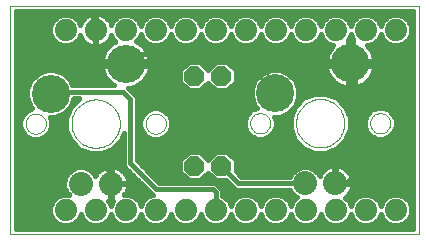
<source format=gbl>
G75*
G70*
%OFA0B0*%
%FSLAX24Y24*%
%IPPOS*%
%LPD*%
%AMOC8*
5,1,8,0,0,1.08239X$1,22.5*
%
%ADD10C,0.0000*%
%ADD11C,0.0800*%
%ADD12C,0.1270*%
%ADD13C,0.0740*%
%ADD14OC8,0.0660*%
%ADD15C,0.0160*%
D10*
X000805Y000555D02*
X000805Y008175D01*
X014422Y008175D01*
X014422Y000555D01*
X000805Y000555D01*
X001318Y004243D02*
X001320Y004279D01*
X001326Y004315D01*
X001336Y004350D01*
X001349Y004384D01*
X001366Y004416D01*
X001387Y004446D01*
X001410Y004474D01*
X001436Y004499D01*
X001465Y004521D01*
X001497Y004540D01*
X001530Y004555D01*
X001564Y004567D01*
X001600Y004575D01*
X001636Y004579D01*
X001672Y004579D01*
X001708Y004575D01*
X001744Y004567D01*
X001778Y004555D01*
X001811Y004540D01*
X001843Y004521D01*
X001872Y004499D01*
X001898Y004474D01*
X001921Y004446D01*
X001942Y004416D01*
X001959Y004384D01*
X001972Y004350D01*
X001982Y004315D01*
X001988Y004279D01*
X001990Y004243D01*
X001988Y004207D01*
X001982Y004171D01*
X001972Y004136D01*
X001959Y004102D01*
X001942Y004070D01*
X001921Y004040D01*
X001898Y004012D01*
X001872Y003987D01*
X001843Y003965D01*
X001811Y003946D01*
X001778Y003931D01*
X001744Y003919D01*
X001708Y003911D01*
X001672Y003907D01*
X001636Y003907D01*
X001600Y003911D01*
X001564Y003919D01*
X001530Y003931D01*
X001497Y003946D01*
X001465Y003965D01*
X001436Y003987D01*
X001410Y004012D01*
X001387Y004040D01*
X001366Y004070D01*
X001349Y004102D01*
X001336Y004136D01*
X001326Y004171D01*
X001320Y004207D01*
X001318Y004243D01*
X002849Y004243D02*
X002851Y004299D01*
X002857Y004355D01*
X002867Y004410D01*
X002880Y004465D01*
X002898Y004518D01*
X002919Y004570D01*
X002943Y004621D01*
X002971Y004670D01*
X003003Y004716D01*
X003037Y004760D01*
X003075Y004802D01*
X003115Y004841D01*
X003158Y004877D01*
X003204Y004910D01*
X003251Y004940D01*
X003301Y004967D01*
X003352Y004989D01*
X003405Y005009D01*
X003459Y005024D01*
X003514Y005036D01*
X003570Y005044D01*
X003626Y005048D01*
X003682Y005048D01*
X003738Y005044D01*
X003794Y005036D01*
X003849Y005024D01*
X003903Y005009D01*
X003956Y004989D01*
X004007Y004967D01*
X004056Y004940D01*
X004104Y004910D01*
X004150Y004877D01*
X004193Y004841D01*
X004233Y004802D01*
X004271Y004760D01*
X004305Y004716D01*
X004337Y004670D01*
X004365Y004621D01*
X004389Y004570D01*
X004410Y004518D01*
X004428Y004465D01*
X004441Y004410D01*
X004451Y004355D01*
X004457Y004299D01*
X004459Y004243D01*
X004457Y004187D01*
X004451Y004131D01*
X004441Y004076D01*
X004428Y004021D01*
X004410Y003968D01*
X004389Y003916D01*
X004365Y003865D01*
X004337Y003816D01*
X004305Y003770D01*
X004271Y003726D01*
X004233Y003684D01*
X004193Y003645D01*
X004150Y003609D01*
X004104Y003576D01*
X004057Y003546D01*
X004007Y003519D01*
X003956Y003497D01*
X003903Y003477D01*
X003849Y003462D01*
X003794Y003450D01*
X003738Y003442D01*
X003682Y003438D01*
X003626Y003438D01*
X003570Y003442D01*
X003514Y003450D01*
X003459Y003462D01*
X003405Y003477D01*
X003352Y003497D01*
X003301Y003519D01*
X003251Y003546D01*
X003204Y003576D01*
X003158Y003609D01*
X003115Y003645D01*
X003075Y003684D01*
X003037Y003726D01*
X003003Y003770D01*
X002971Y003816D01*
X002943Y003865D01*
X002919Y003916D01*
X002898Y003968D01*
X002880Y004021D01*
X002867Y004076D01*
X002857Y004131D01*
X002851Y004187D01*
X002849Y004243D01*
X005318Y004243D02*
X005320Y004279D01*
X005326Y004315D01*
X005336Y004350D01*
X005349Y004384D01*
X005366Y004416D01*
X005387Y004446D01*
X005410Y004474D01*
X005436Y004499D01*
X005465Y004521D01*
X005497Y004540D01*
X005530Y004555D01*
X005564Y004567D01*
X005600Y004575D01*
X005636Y004579D01*
X005672Y004579D01*
X005708Y004575D01*
X005744Y004567D01*
X005778Y004555D01*
X005811Y004540D01*
X005843Y004521D01*
X005872Y004499D01*
X005898Y004474D01*
X005921Y004446D01*
X005942Y004416D01*
X005959Y004384D01*
X005972Y004350D01*
X005982Y004315D01*
X005988Y004279D01*
X005990Y004243D01*
X005988Y004207D01*
X005982Y004171D01*
X005972Y004136D01*
X005959Y004102D01*
X005942Y004070D01*
X005921Y004040D01*
X005898Y004012D01*
X005872Y003987D01*
X005843Y003965D01*
X005811Y003946D01*
X005778Y003931D01*
X005744Y003919D01*
X005708Y003911D01*
X005672Y003907D01*
X005636Y003907D01*
X005600Y003911D01*
X005564Y003919D01*
X005530Y003931D01*
X005497Y003946D01*
X005465Y003965D01*
X005436Y003987D01*
X005410Y004012D01*
X005387Y004040D01*
X005366Y004070D01*
X005349Y004102D01*
X005336Y004136D01*
X005326Y004171D01*
X005320Y004207D01*
X005318Y004243D01*
X008800Y004255D02*
X008802Y004291D01*
X008808Y004327D01*
X008818Y004362D01*
X008831Y004396D01*
X008848Y004428D01*
X008869Y004458D01*
X008892Y004486D01*
X008918Y004511D01*
X008947Y004533D01*
X008979Y004552D01*
X009012Y004567D01*
X009046Y004579D01*
X009082Y004587D01*
X009118Y004591D01*
X009154Y004591D01*
X009190Y004587D01*
X009226Y004579D01*
X009260Y004567D01*
X009293Y004552D01*
X009325Y004533D01*
X009354Y004511D01*
X009380Y004486D01*
X009403Y004458D01*
X009424Y004428D01*
X009441Y004396D01*
X009454Y004362D01*
X009464Y004327D01*
X009470Y004291D01*
X009472Y004255D01*
X009470Y004219D01*
X009464Y004183D01*
X009454Y004148D01*
X009441Y004114D01*
X009424Y004082D01*
X009403Y004052D01*
X009380Y004024D01*
X009354Y003999D01*
X009325Y003977D01*
X009293Y003958D01*
X009260Y003943D01*
X009226Y003931D01*
X009190Y003923D01*
X009154Y003919D01*
X009118Y003919D01*
X009082Y003923D01*
X009046Y003931D01*
X009012Y003943D01*
X008979Y003958D01*
X008947Y003977D01*
X008918Y003999D01*
X008892Y004024D01*
X008869Y004052D01*
X008848Y004082D01*
X008831Y004114D01*
X008818Y004148D01*
X008808Y004183D01*
X008802Y004219D01*
X008800Y004255D01*
X010331Y004255D02*
X010333Y004311D01*
X010339Y004367D01*
X010349Y004422D01*
X010362Y004477D01*
X010380Y004530D01*
X010401Y004582D01*
X010425Y004633D01*
X010453Y004682D01*
X010485Y004728D01*
X010519Y004772D01*
X010557Y004814D01*
X010597Y004853D01*
X010640Y004889D01*
X010686Y004922D01*
X010733Y004952D01*
X010783Y004979D01*
X010834Y005001D01*
X010887Y005021D01*
X010941Y005036D01*
X010996Y005048D01*
X011052Y005056D01*
X011108Y005060D01*
X011164Y005060D01*
X011220Y005056D01*
X011276Y005048D01*
X011331Y005036D01*
X011385Y005021D01*
X011438Y005001D01*
X011489Y004979D01*
X011538Y004952D01*
X011586Y004922D01*
X011632Y004889D01*
X011675Y004853D01*
X011715Y004814D01*
X011753Y004772D01*
X011787Y004728D01*
X011819Y004682D01*
X011847Y004633D01*
X011871Y004582D01*
X011892Y004530D01*
X011910Y004477D01*
X011923Y004422D01*
X011933Y004367D01*
X011939Y004311D01*
X011941Y004255D01*
X011939Y004199D01*
X011933Y004143D01*
X011923Y004088D01*
X011910Y004033D01*
X011892Y003980D01*
X011871Y003928D01*
X011847Y003877D01*
X011819Y003828D01*
X011787Y003782D01*
X011753Y003738D01*
X011715Y003696D01*
X011675Y003657D01*
X011632Y003621D01*
X011586Y003588D01*
X011539Y003558D01*
X011489Y003531D01*
X011438Y003509D01*
X011385Y003489D01*
X011331Y003474D01*
X011276Y003462D01*
X011220Y003454D01*
X011164Y003450D01*
X011108Y003450D01*
X011052Y003454D01*
X010996Y003462D01*
X010941Y003474D01*
X010887Y003489D01*
X010834Y003509D01*
X010783Y003531D01*
X010733Y003558D01*
X010686Y003588D01*
X010640Y003621D01*
X010597Y003657D01*
X010557Y003696D01*
X010519Y003738D01*
X010485Y003782D01*
X010453Y003828D01*
X010425Y003877D01*
X010401Y003928D01*
X010380Y003980D01*
X010362Y004033D01*
X010349Y004088D01*
X010339Y004143D01*
X010333Y004199D01*
X010331Y004255D01*
X012800Y004255D02*
X012802Y004291D01*
X012808Y004327D01*
X012818Y004362D01*
X012831Y004396D01*
X012848Y004428D01*
X012869Y004458D01*
X012892Y004486D01*
X012918Y004511D01*
X012947Y004533D01*
X012979Y004552D01*
X013012Y004567D01*
X013046Y004579D01*
X013082Y004587D01*
X013118Y004591D01*
X013154Y004591D01*
X013190Y004587D01*
X013226Y004579D01*
X013260Y004567D01*
X013293Y004552D01*
X013325Y004533D01*
X013354Y004511D01*
X013380Y004486D01*
X013403Y004458D01*
X013424Y004428D01*
X013441Y004396D01*
X013454Y004362D01*
X013464Y004327D01*
X013470Y004291D01*
X013472Y004255D01*
X013470Y004219D01*
X013464Y004183D01*
X013454Y004148D01*
X013441Y004114D01*
X013424Y004082D01*
X013403Y004052D01*
X013380Y004024D01*
X013354Y003999D01*
X013325Y003977D01*
X013293Y003958D01*
X013260Y003943D01*
X013226Y003931D01*
X013190Y003923D01*
X013154Y003919D01*
X013118Y003919D01*
X013082Y003923D01*
X013046Y003931D01*
X013012Y003943D01*
X012979Y003958D01*
X012947Y003977D01*
X012918Y003999D01*
X012892Y004024D01*
X012869Y004052D01*
X012848Y004082D01*
X012831Y004114D01*
X012818Y004148D01*
X012808Y004183D01*
X012802Y004219D01*
X012800Y004255D01*
D11*
X011636Y002255D03*
X010636Y002255D03*
X004154Y002243D03*
X003154Y002243D03*
D12*
X002154Y005243D03*
X004654Y006243D03*
X009636Y005255D03*
X012136Y006255D03*
D13*
X011652Y007361D03*
X012652Y007361D03*
X013652Y007361D03*
X010652Y007361D03*
X009652Y007361D03*
X008652Y007361D03*
X007652Y007361D03*
X006652Y007361D03*
X005652Y007361D03*
X004652Y007361D03*
X003652Y007361D03*
X002652Y007361D03*
X002652Y001361D03*
X003652Y001361D03*
X004652Y001361D03*
X005652Y001361D03*
X006652Y001361D03*
X007652Y001361D03*
X008652Y001361D03*
X009652Y001361D03*
X010652Y001361D03*
X011652Y001361D03*
X012652Y001361D03*
X013652Y001361D03*
D14*
X007845Y002823D03*
X006944Y002827D03*
X006944Y005827D03*
X007845Y005823D03*
D15*
X008215Y005528D02*
X008910Y005528D01*
X008861Y005409D02*
X008861Y005101D01*
X008979Y004816D01*
X009027Y004768D01*
X008844Y004692D01*
X008699Y004547D01*
X008620Y004358D01*
X008620Y004152D01*
X008699Y003963D01*
X008844Y003818D01*
X009033Y003739D01*
X009239Y003739D01*
X009428Y003818D01*
X009573Y003963D01*
X009652Y004152D01*
X009652Y004358D01*
X009601Y004480D01*
X009790Y004480D01*
X010075Y004598D01*
X010293Y004816D01*
X010411Y005101D01*
X010411Y005409D01*
X010293Y005694D01*
X010075Y005912D01*
X009790Y006030D01*
X009482Y006030D01*
X009197Y005912D01*
X008979Y005694D01*
X008861Y005409D01*
X008861Y005370D02*
X008057Y005370D01*
X008040Y005353D02*
X008315Y005628D01*
X008315Y006018D01*
X008040Y006293D01*
X007650Y006293D01*
X007396Y006039D01*
X007139Y006297D01*
X006749Y006297D01*
X006474Y006022D01*
X006474Y005632D01*
X006749Y005357D01*
X007139Y005357D01*
X007392Y005611D01*
X007650Y005353D01*
X008040Y005353D01*
X007633Y005370D02*
X007152Y005370D01*
X007310Y005528D02*
X007475Y005528D01*
X006736Y005370D02*
X004801Y005370D01*
X004775Y005396D02*
X004775Y005396D01*
X004896Y005275D01*
X004896Y005275D01*
X005025Y005146D01*
X005025Y003021D01*
X005771Y002275D01*
X007646Y002275D01*
X007775Y002146D01*
X007872Y002049D01*
X007872Y001822D01*
X007941Y001793D01*
X008084Y001650D01*
X008152Y001487D01*
X008220Y001650D01*
X008363Y001793D01*
X008551Y001871D01*
X008753Y001871D01*
X008941Y001793D01*
X009084Y001650D01*
X009152Y001487D01*
X009220Y001650D01*
X009363Y001793D01*
X009551Y001871D01*
X009753Y001871D01*
X009941Y001793D01*
X010084Y001650D01*
X010152Y001487D01*
X010220Y001650D01*
X010356Y001786D01*
X010330Y001797D01*
X010178Y001949D01*
X010143Y002035D01*
X008322Y002035D01*
X008004Y002353D01*
X007650Y002353D01*
X007392Y002611D01*
X007139Y002357D01*
X006749Y002357D01*
X006474Y002632D01*
X006474Y003022D01*
X006749Y003297D01*
X007139Y003297D01*
X007396Y003039D01*
X007650Y003293D01*
X008040Y003293D01*
X008315Y003018D01*
X008315Y002664D01*
X008504Y002475D01*
X010143Y002475D01*
X010178Y002561D01*
X010330Y002713D01*
X010529Y002795D01*
X010743Y002795D01*
X010942Y002713D01*
X011094Y002561D01*
X011115Y002510D01*
X011140Y002559D01*
X011194Y002633D01*
X011258Y002697D01*
X011332Y002751D01*
X011413Y002793D01*
X011500Y002821D01*
X011590Y002835D01*
X011608Y002835D01*
X011608Y002283D01*
X011664Y002283D01*
X011664Y002835D01*
X011682Y002835D01*
X011772Y002821D01*
X011859Y002793D01*
X011940Y002751D01*
X012014Y002697D01*
X012078Y002633D01*
X012132Y002559D01*
X012174Y002478D01*
X012202Y002391D01*
X012216Y002301D01*
X012216Y002283D01*
X011664Y002283D01*
X011664Y002227D01*
X012216Y002227D01*
X012216Y002209D01*
X012202Y002119D01*
X012174Y002032D01*
X012132Y001951D01*
X012078Y001877D01*
X012014Y001813D01*
X011960Y001774D01*
X012084Y001650D01*
X012152Y001487D01*
X012220Y001650D01*
X012363Y001793D01*
X012551Y001871D01*
X012753Y001871D01*
X012941Y001793D01*
X013084Y001650D01*
X013152Y001487D01*
X013220Y001650D01*
X013363Y001793D01*
X013551Y001871D01*
X013753Y001871D01*
X013941Y001793D01*
X014084Y001650D01*
X014162Y001462D01*
X014162Y001260D01*
X014084Y001072D01*
X013941Y000929D01*
X013753Y000851D01*
X013551Y000851D01*
X013363Y000929D01*
X013220Y001072D01*
X013152Y001235D01*
X013084Y001072D01*
X012941Y000929D01*
X012753Y000851D01*
X012551Y000851D01*
X012363Y000929D01*
X012220Y001072D01*
X012152Y001235D01*
X012084Y001072D01*
X011941Y000929D01*
X011753Y000851D01*
X011551Y000851D01*
X011363Y000929D01*
X011220Y001072D01*
X011152Y001235D01*
X011084Y001072D01*
X010941Y000929D01*
X010753Y000851D01*
X010551Y000851D01*
X010363Y000929D01*
X010220Y001072D01*
X010152Y001235D01*
X010084Y001072D01*
X009941Y000929D01*
X009753Y000851D01*
X009551Y000851D01*
X009363Y000929D01*
X009220Y001072D01*
X009152Y001235D01*
X009084Y001072D01*
X008941Y000929D01*
X008753Y000851D01*
X008551Y000851D01*
X008363Y000929D01*
X008220Y001072D01*
X008152Y001235D01*
X008084Y001072D01*
X007941Y000929D01*
X007753Y000851D01*
X007551Y000851D01*
X007363Y000929D01*
X007220Y001072D01*
X007152Y001235D01*
X007084Y001072D01*
X006941Y000929D01*
X006753Y000851D01*
X006551Y000851D01*
X006363Y000929D01*
X006220Y001072D01*
X006152Y001235D01*
X006084Y001072D01*
X005941Y000929D01*
X005753Y000851D01*
X005551Y000851D01*
X005363Y000929D01*
X005220Y001072D01*
X005152Y001235D01*
X005084Y001072D01*
X004941Y000929D01*
X004753Y000851D01*
X004551Y000851D01*
X004363Y000929D01*
X004220Y001072D01*
X004152Y001235D01*
X004084Y001072D01*
X003941Y000929D01*
X003753Y000851D01*
X003551Y000851D01*
X003363Y000929D01*
X003220Y001072D01*
X003152Y001235D01*
X003084Y001072D01*
X002941Y000929D01*
X002753Y000851D01*
X002551Y000851D01*
X002363Y000929D01*
X002220Y001072D01*
X002142Y001260D01*
X002142Y001462D01*
X002220Y001650D01*
X002363Y001793D01*
X002551Y001871D01*
X002753Y001871D01*
X002769Y001865D01*
X002696Y001937D01*
X002614Y002136D01*
X002614Y002350D01*
X002696Y002549D01*
X002848Y002701D01*
X003047Y002783D01*
X003261Y002783D01*
X003460Y002701D01*
X003612Y002549D01*
X003633Y002498D01*
X003658Y002547D01*
X003712Y002621D01*
X003776Y002685D01*
X003850Y002739D01*
X003931Y002781D01*
X004018Y002809D01*
X004108Y002823D01*
X004126Y002823D01*
X004126Y002271D01*
X004181Y002271D01*
X004181Y002823D01*
X004200Y002823D01*
X004290Y002809D01*
X004377Y002781D01*
X004458Y002739D01*
X004532Y002685D01*
X004596Y002621D01*
X004650Y002547D01*
X004692Y002466D01*
X004720Y002379D01*
X004734Y002289D01*
X004734Y002270D01*
X004182Y002270D01*
X004182Y002215D01*
X004734Y002215D01*
X004734Y002197D01*
X004720Y002107D01*
X004692Y002020D01*
X004650Y001939D01*
X004601Y001871D01*
X004753Y001871D01*
X004941Y001793D01*
X005084Y001650D01*
X005152Y001487D01*
X005220Y001650D01*
X005363Y001793D01*
X005551Y001871D01*
X005553Y001871D01*
X004714Y002710D01*
X004585Y002839D01*
X004585Y003917D01*
X004489Y003685D01*
X004212Y003408D01*
X003850Y003258D01*
X003458Y003258D01*
X003096Y003408D01*
X002819Y003685D01*
X002669Y004047D01*
X002669Y004439D01*
X002819Y004801D01*
X003096Y005078D01*
X003113Y005085D01*
X002927Y005085D01*
X002811Y004804D01*
X002593Y004586D01*
X002308Y004468D01*
X002119Y004468D01*
X002170Y004346D01*
X002170Y004140D01*
X002091Y003951D01*
X001946Y003806D01*
X001757Y003727D01*
X001551Y003727D01*
X001362Y003806D01*
X001217Y003951D01*
X001138Y004140D01*
X001138Y004346D01*
X001217Y004535D01*
X001362Y004680D01*
X001545Y004756D01*
X001497Y004804D01*
X001379Y005089D01*
X001379Y005397D01*
X001497Y005682D01*
X001715Y005900D01*
X002000Y006018D01*
X002308Y006018D01*
X002593Y005900D01*
X002811Y005682D01*
X002876Y005525D01*
X004268Y005525D01*
X004200Y005564D01*
X004115Y005629D01*
X004040Y005704D01*
X003975Y005789D01*
X003921Y005882D01*
X003881Y005980D01*
X003853Y006084D01*
X003842Y006163D01*
X004574Y006163D01*
X004574Y006323D01*
X003842Y006323D01*
X003853Y006402D01*
X003881Y006506D01*
X003921Y006604D01*
X003975Y006697D01*
X004040Y006782D01*
X004115Y006857D01*
X004200Y006922D01*
X004293Y006976D01*
X004309Y006982D01*
X004220Y007072D01*
X004173Y007185D01*
X004162Y007150D01*
X004122Y007073D01*
X004072Y007003D01*
X004010Y006941D01*
X003940Y006891D01*
X003863Y006851D01*
X003781Y006825D01*
X003695Y006811D01*
X003672Y006811D01*
X003672Y007341D01*
X003632Y007341D01*
X003632Y006811D01*
X003609Y006811D01*
X003523Y006825D01*
X003441Y006851D01*
X003364Y006891D01*
X003294Y006941D01*
X003232Y007003D01*
X003182Y007073D01*
X003142Y007150D01*
X003131Y007185D01*
X003084Y007072D01*
X002941Y006929D01*
X002753Y006851D01*
X002551Y006851D01*
X002363Y006929D01*
X002220Y007072D01*
X002142Y007260D01*
X002142Y007462D01*
X002220Y007650D01*
X002363Y007793D01*
X002551Y007871D01*
X002753Y007871D01*
X002941Y007793D01*
X003084Y007650D01*
X003131Y007537D01*
X003142Y007572D01*
X003182Y007649D01*
X003232Y007719D01*
X003294Y007781D01*
X003364Y007831D01*
X003441Y007871D01*
X003523Y007897D01*
X003609Y007911D01*
X003632Y007911D01*
X003632Y007381D01*
X003672Y007381D01*
X003672Y007911D01*
X003695Y007911D01*
X003781Y007897D01*
X003863Y007871D01*
X003940Y007831D01*
X004010Y007781D01*
X004072Y007719D01*
X004122Y007649D01*
X004162Y007572D01*
X004173Y007537D01*
X004220Y007650D01*
X004363Y007793D01*
X004551Y007871D01*
X004753Y007871D01*
X004941Y007793D01*
X005084Y007650D01*
X005152Y007487D01*
X005220Y007650D01*
X005363Y007793D01*
X005551Y007871D01*
X005753Y007871D01*
X005941Y007793D01*
X006084Y007650D01*
X006152Y007487D01*
X006220Y007650D01*
X006363Y007793D01*
X006551Y007871D01*
X006753Y007871D01*
X006941Y007793D01*
X007084Y007650D01*
X007152Y007487D01*
X007220Y007650D01*
X007363Y007793D01*
X007551Y007871D01*
X007753Y007871D01*
X007941Y007793D01*
X008084Y007650D01*
X008152Y007487D01*
X008220Y007650D01*
X008363Y007793D01*
X008551Y007871D01*
X008753Y007871D01*
X008941Y007793D01*
X009084Y007650D01*
X009152Y007487D01*
X009220Y007650D01*
X009363Y007793D01*
X009551Y007871D01*
X009753Y007871D01*
X009941Y007793D01*
X010084Y007650D01*
X010152Y007487D01*
X010220Y007650D01*
X010363Y007793D01*
X010551Y007871D01*
X010753Y007871D01*
X010941Y007793D01*
X011084Y007650D01*
X011152Y007487D01*
X011220Y007650D01*
X011363Y007793D01*
X011551Y007871D01*
X011753Y007871D01*
X011941Y007793D01*
X012084Y007650D01*
X012152Y007487D01*
X012220Y007650D01*
X012363Y007793D01*
X012551Y007871D01*
X012753Y007871D01*
X012941Y007793D01*
X013084Y007650D01*
X013152Y007487D01*
X013220Y007650D01*
X013363Y007793D01*
X013551Y007871D01*
X013753Y007871D01*
X013941Y007793D01*
X014084Y007650D01*
X014162Y007462D01*
X014162Y007260D01*
X014084Y007072D01*
X013941Y006929D01*
X013753Y006851D01*
X013551Y006851D01*
X013363Y006929D01*
X013220Y007072D01*
X013152Y007235D01*
X013084Y007072D01*
X012941Y006929D01*
X012753Y006851D01*
X012693Y006851D01*
X012750Y006794D01*
X012815Y006709D01*
X012869Y006616D01*
X012909Y006518D01*
X012937Y006414D01*
X012947Y006335D01*
X012216Y006335D01*
X012216Y006175D01*
X012947Y006175D01*
X012937Y006096D01*
X012909Y005992D01*
X012869Y005894D01*
X012815Y005801D01*
X012750Y005716D01*
X012675Y005641D01*
X012590Y005576D01*
X012497Y005522D01*
X012399Y005482D01*
X012295Y005454D01*
X012216Y005444D01*
X012216Y006175D01*
X012056Y006175D01*
X012056Y005444D01*
X011977Y005454D01*
X011873Y005482D01*
X011775Y005522D01*
X011682Y005576D01*
X011597Y005641D01*
X011522Y005716D01*
X011457Y005801D01*
X011403Y005894D01*
X011363Y005992D01*
X011335Y006096D01*
X011324Y006175D01*
X012056Y006175D01*
X012056Y006335D01*
X011324Y006335D01*
X011335Y006414D01*
X011363Y006518D01*
X011403Y006616D01*
X011457Y006709D01*
X011522Y006794D01*
X011579Y006851D01*
X011551Y006851D01*
X011363Y006929D01*
X011220Y007072D01*
X011152Y007235D01*
X011084Y007072D01*
X010941Y006929D01*
X010753Y006851D01*
X010551Y006851D01*
X010363Y006929D01*
X010220Y007072D01*
X010152Y007235D01*
X010084Y007072D01*
X009941Y006929D01*
X009753Y006851D01*
X009551Y006851D01*
X009363Y006929D01*
X009220Y007072D01*
X009152Y007235D01*
X009084Y007072D01*
X008941Y006929D01*
X008753Y006851D01*
X008551Y006851D01*
X008363Y006929D01*
X008220Y007072D01*
X008152Y007235D01*
X008084Y007072D01*
X007941Y006929D01*
X007753Y006851D01*
X007551Y006851D01*
X007363Y006929D01*
X007220Y007072D01*
X007152Y007235D01*
X007084Y007072D01*
X006941Y006929D01*
X006753Y006851D01*
X006551Y006851D01*
X006363Y006929D01*
X006220Y007072D01*
X006152Y007235D01*
X006084Y007072D01*
X005941Y006929D01*
X005753Y006851D01*
X005551Y006851D01*
X005363Y006929D01*
X005220Y007072D01*
X005152Y007235D01*
X005084Y007072D01*
X004996Y006984D01*
X005015Y006976D01*
X005108Y006922D01*
X005193Y006857D01*
X005268Y006782D01*
X005333Y006697D01*
X005387Y006604D01*
X005427Y006506D01*
X005455Y006402D01*
X005465Y006323D01*
X004734Y006323D01*
X004734Y006163D01*
X005465Y006163D01*
X005455Y006084D01*
X005427Y005980D01*
X005387Y005882D01*
X005333Y005789D01*
X005268Y005704D01*
X005193Y005629D01*
X005108Y005564D01*
X005015Y005510D01*
X004917Y005470D01*
X004813Y005442D01*
X004739Y005432D01*
X004775Y005396D01*
X004555Y005305D02*
X002216Y005305D01*
X002154Y005243D01*
X002848Y004894D02*
X002912Y004894D01*
X002914Y005053D02*
X003071Y005053D01*
X002792Y004736D02*
X002743Y004736D01*
X002726Y004577D02*
X002572Y004577D01*
X002669Y004419D02*
X002140Y004419D01*
X002170Y004260D02*
X002669Y004260D01*
X002669Y004102D02*
X002154Y004102D01*
X002084Y003943D02*
X002712Y003943D01*
X002778Y003785D02*
X001897Y003785D01*
X001411Y003785D02*
X000985Y003785D01*
X000985Y003943D02*
X001224Y003943D01*
X001154Y004102D02*
X000985Y004102D01*
X000985Y004260D02*
X001138Y004260D01*
X001168Y004419D02*
X000985Y004419D01*
X000985Y004577D02*
X001259Y004577D01*
X001496Y004736D02*
X000985Y004736D01*
X000985Y004894D02*
X001460Y004894D01*
X001394Y005053D02*
X000985Y005053D01*
X000985Y005211D02*
X001379Y005211D01*
X001379Y005370D02*
X000985Y005370D01*
X000985Y005528D02*
X001433Y005528D01*
X001502Y005687D02*
X000985Y005687D01*
X000985Y005845D02*
X001660Y005845D01*
X001966Y006004D02*
X000985Y006004D01*
X000985Y006162D02*
X003843Y006162D01*
X004055Y006180D02*
X004591Y006180D01*
X004654Y006243D01*
X004966Y006555D01*
X008555Y006555D01*
X008805Y006305D01*
X012055Y006305D01*
X012305Y006055D01*
X012305Y002555D01*
X012005Y002255D01*
X011636Y002255D01*
X011608Y002358D02*
X011664Y002358D01*
X011664Y002517D02*
X011608Y002517D01*
X011608Y002675D02*
X011664Y002675D01*
X011664Y002834D02*
X011608Y002834D01*
X011584Y002834D02*
X008315Y002834D01*
X008315Y002992D02*
X014242Y002992D01*
X014242Y002834D02*
X011688Y002834D01*
X012036Y002675D02*
X014242Y002675D01*
X014242Y002517D02*
X012153Y002517D01*
X012207Y002358D02*
X014242Y002358D01*
X014242Y002200D02*
X012215Y002200D01*
X012176Y002041D02*
X014242Y002041D01*
X014242Y001883D02*
X012083Y001883D01*
X012010Y001724D02*
X012294Y001724D01*
X012185Y001566D02*
X012119Y001566D01*
X012092Y001090D02*
X012212Y001090D01*
X012360Y000932D02*
X011944Y000932D01*
X011360Y000932D02*
X010944Y000932D01*
X011092Y001090D02*
X011212Y001090D01*
X010360Y000932D02*
X009944Y000932D01*
X010092Y001090D02*
X010212Y001090D01*
X010185Y001566D02*
X010119Y001566D01*
X010010Y001724D02*
X010294Y001724D01*
X010244Y001883D02*
X007872Y001883D01*
X007872Y002041D02*
X008315Y002041D01*
X008157Y002200D02*
X007721Y002200D01*
X007645Y002358D02*
X007140Y002358D01*
X007299Y002517D02*
X007486Y002517D01*
X007845Y002823D02*
X008413Y002255D01*
X010636Y002255D01*
X010160Y002517D02*
X008462Y002517D01*
X008315Y002675D02*
X010293Y002675D01*
X010979Y002675D02*
X011236Y002675D01*
X011119Y002517D02*
X011112Y002517D01*
X010940Y003270D02*
X011332Y003270D01*
X011694Y003420D01*
X011971Y003697D01*
X012121Y004059D01*
X012121Y004451D01*
X011971Y004813D01*
X011694Y005090D01*
X011332Y005240D01*
X010940Y005240D01*
X010578Y005090D01*
X010301Y004813D01*
X010151Y004451D01*
X010151Y004059D01*
X010301Y003697D01*
X010578Y003420D01*
X010940Y003270D01*
X010845Y003309D02*
X005025Y003309D01*
X005025Y003151D02*
X006603Y003151D01*
X006474Y002992D02*
X005054Y002992D01*
X005212Y002834D02*
X006474Y002834D01*
X006474Y002675D02*
X005371Y002675D01*
X005529Y002517D02*
X006589Y002517D01*
X006748Y002358D02*
X005688Y002358D01*
X005680Y002055D02*
X004805Y002930D01*
X004805Y005055D01*
X004555Y005305D01*
X004960Y005211D02*
X008861Y005211D01*
X008881Y005053D02*
X005025Y005053D01*
X005025Y004894D02*
X008946Y004894D01*
X008949Y004736D02*
X005812Y004736D01*
X005757Y004759D02*
X005551Y004759D01*
X005362Y004680D01*
X005217Y004535D01*
X005138Y004346D01*
X005138Y004140D01*
X005217Y003951D01*
X005362Y003806D01*
X005551Y003727D01*
X005757Y003727D01*
X005946Y003806D01*
X006091Y003951D01*
X006170Y004140D01*
X006170Y004346D01*
X006091Y004535D01*
X005946Y004680D01*
X005757Y004759D01*
X005496Y004736D02*
X005025Y004736D01*
X005025Y004577D02*
X005259Y004577D01*
X005168Y004419D02*
X005025Y004419D01*
X005025Y004260D02*
X005138Y004260D01*
X005154Y004102D02*
X005025Y004102D01*
X005025Y003943D02*
X005224Y003943D01*
X005411Y003785D02*
X005025Y003785D01*
X005025Y003626D02*
X010372Y003626D01*
X010265Y003785D02*
X009350Y003785D01*
X009554Y003943D02*
X010199Y003943D01*
X010151Y004102D02*
X009631Y004102D01*
X009652Y004260D02*
X010151Y004260D01*
X010151Y004419D02*
X009627Y004419D01*
X010025Y004577D02*
X010203Y004577D01*
X010213Y004736D02*
X010269Y004736D01*
X010326Y004894D02*
X010382Y004894D01*
X010391Y005053D02*
X010541Y005053D01*
X010411Y005211D02*
X010871Y005211D01*
X010411Y005370D02*
X014242Y005370D01*
X014242Y005528D02*
X012508Y005528D01*
X012721Y005687D02*
X014242Y005687D01*
X014242Y005845D02*
X012841Y005845D01*
X012912Y006004D02*
X014242Y006004D01*
X014242Y006162D02*
X012946Y006162D01*
X012920Y006479D02*
X014242Y006479D01*
X014242Y006638D02*
X012856Y006638D01*
X012747Y006796D02*
X014242Y006796D01*
X014242Y006955D02*
X013967Y006955D01*
X014101Y007113D02*
X014242Y007113D01*
X014242Y007272D02*
X014162Y007272D01*
X014162Y007430D02*
X014242Y007430D01*
X014242Y007589D02*
X014110Y007589D01*
X013987Y007747D02*
X014242Y007747D01*
X014242Y007906D02*
X003727Y007906D01*
X003672Y007906D02*
X003632Y007906D01*
X003577Y007906D02*
X000985Y007906D01*
X000985Y007995D02*
X014242Y007995D01*
X014242Y000735D01*
X000985Y000735D01*
X000985Y007995D01*
X000985Y007747D02*
X002317Y007747D01*
X002194Y007589D02*
X000985Y007589D01*
X000985Y007430D02*
X002142Y007430D01*
X002142Y007272D02*
X000985Y007272D01*
X001055Y007180D02*
X001805Y007930D01*
X003430Y007930D01*
X003680Y007680D01*
X003680Y007389D01*
X003652Y007361D01*
X003652Y006583D01*
X004055Y006180D01*
X003874Y006004D02*
X002342Y006004D01*
X002648Y005845D02*
X003942Y005845D01*
X004057Y005687D02*
X002806Y005687D01*
X002875Y005528D02*
X004262Y005528D01*
X005046Y005528D02*
X006578Y005528D01*
X006474Y005687D02*
X005251Y005687D01*
X005366Y005845D02*
X006474Y005845D01*
X006474Y006004D02*
X005434Y006004D01*
X005465Y006162D02*
X006615Y006162D01*
X007273Y006162D02*
X007520Y006162D01*
X008170Y006162D02*
X011326Y006162D01*
X011360Y006004D02*
X009853Y006004D01*
X010142Y005845D02*
X011431Y005845D01*
X011551Y005687D02*
X010296Y005687D01*
X010362Y005528D02*
X011764Y005528D01*
X012056Y005528D02*
X012216Y005528D01*
X012216Y005687D02*
X012056Y005687D01*
X012056Y005845D02*
X012216Y005845D01*
X012216Y006004D02*
X012056Y006004D01*
X012056Y006162D02*
X012216Y006162D01*
X012305Y006086D02*
X012136Y006255D01*
X012216Y006321D02*
X014242Y006321D01*
X013337Y006955D02*
X012967Y006955D01*
X013101Y007113D02*
X013203Y007113D01*
X013194Y007589D02*
X013110Y007589D01*
X012987Y007747D02*
X013317Y007747D01*
X012317Y007747D02*
X011987Y007747D01*
X012110Y007589D02*
X012194Y007589D01*
X012152Y007235D02*
X012220Y007072D01*
X012227Y007065D01*
X012216Y007066D01*
X012216Y006335D01*
X012056Y006335D01*
X012056Y007044D01*
X012084Y007072D01*
X012152Y007235D01*
X012101Y007113D02*
X012203Y007113D01*
X012216Y006955D02*
X012056Y006955D01*
X012056Y006796D02*
X012216Y006796D01*
X012216Y006638D02*
X012056Y006638D01*
X012056Y006479D02*
X012216Y006479D01*
X012056Y006321D02*
X004734Y006321D01*
X004574Y006321D02*
X000985Y006321D01*
X000985Y006479D02*
X003874Y006479D01*
X003941Y006638D02*
X000985Y006638D01*
X000985Y006796D02*
X004055Y006796D01*
X004024Y006955D02*
X004257Y006955D01*
X004203Y007113D02*
X004143Y007113D01*
X003672Y007113D02*
X003632Y007113D01*
X003632Y006955D02*
X003672Y006955D01*
X003280Y006955D02*
X002967Y006955D01*
X003101Y007113D02*
X003161Y007113D01*
X003632Y007272D02*
X003672Y007272D01*
X003672Y007430D02*
X003632Y007430D01*
X003632Y007589D02*
X003672Y007589D01*
X003672Y007747D02*
X003632Y007747D01*
X004043Y007747D02*
X004317Y007747D01*
X004194Y007589D02*
X004153Y007589D01*
X004987Y007747D02*
X005317Y007747D01*
X005194Y007589D02*
X005110Y007589D01*
X005101Y007113D02*
X005203Y007113D01*
X005337Y006955D02*
X005051Y006955D01*
X005253Y006796D02*
X011525Y006796D01*
X011416Y006638D02*
X005367Y006638D01*
X005434Y006479D02*
X011352Y006479D01*
X011337Y006955D02*
X010967Y006955D01*
X011101Y007113D02*
X011203Y007113D01*
X011194Y007589D02*
X011110Y007589D01*
X010987Y007747D02*
X011317Y007747D01*
X010317Y007747D02*
X009987Y007747D01*
X010110Y007589D02*
X010194Y007589D01*
X010203Y007113D02*
X010101Y007113D01*
X009967Y006955D02*
X010337Y006955D01*
X009337Y006955D02*
X008967Y006955D01*
X009101Y007113D02*
X009203Y007113D01*
X009194Y007589D02*
X009110Y007589D01*
X008987Y007747D02*
X009317Y007747D01*
X008317Y007747D02*
X007987Y007747D01*
X008110Y007589D02*
X008194Y007589D01*
X008203Y007113D02*
X008101Y007113D01*
X007967Y006955D02*
X008337Y006955D01*
X007337Y006955D02*
X006967Y006955D01*
X007101Y007113D02*
X007203Y007113D01*
X007194Y007589D02*
X007110Y007589D01*
X006987Y007747D02*
X007317Y007747D01*
X006317Y007747D02*
X005987Y007747D01*
X006110Y007589D02*
X006194Y007589D01*
X006203Y007113D02*
X006101Y007113D01*
X005967Y006955D02*
X006337Y006955D01*
X008315Y006004D02*
X009419Y006004D01*
X009130Y005845D02*
X008315Y005845D01*
X008315Y005687D02*
X008976Y005687D01*
X008729Y004577D02*
X006049Y004577D01*
X006140Y004419D02*
X008645Y004419D01*
X008620Y004260D02*
X006170Y004260D01*
X006154Y004102D02*
X008641Y004102D01*
X008718Y003943D02*
X006084Y003943D01*
X005897Y003785D02*
X008922Y003785D01*
X008182Y003151D02*
X014242Y003151D01*
X014242Y003309D02*
X011427Y003309D01*
X011742Y003468D02*
X014242Y003468D01*
X014242Y003626D02*
X011900Y003626D01*
X012007Y003785D02*
X012922Y003785D01*
X012844Y003818D02*
X013033Y003739D01*
X013239Y003739D01*
X013428Y003818D01*
X013573Y003963D01*
X013652Y004152D01*
X013652Y004358D01*
X013573Y004547D01*
X013428Y004692D01*
X013239Y004771D01*
X013033Y004771D01*
X012844Y004692D01*
X012699Y004547D01*
X012620Y004358D01*
X012620Y004152D01*
X012699Y003963D01*
X012844Y003818D01*
X012718Y003943D02*
X012073Y003943D01*
X012121Y004102D02*
X012641Y004102D01*
X012620Y004260D02*
X012121Y004260D01*
X012121Y004419D02*
X012645Y004419D01*
X012729Y004577D02*
X012069Y004577D01*
X012003Y004736D02*
X012949Y004736D01*
X013323Y004736D02*
X014242Y004736D01*
X014242Y004894D02*
X011890Y004894D01*
X011731Y005053D02*
X014242Y005053D01*
X014242Y005211D02*
X011401Y005211D01*
X012305Y006055D02*
X012305Y006086D01*
X013543Y004577D02*
X014242Y004577D01*
X014242Y004419D02*
X013627Y004419D01*
X013652Y004260D02*
X014242Y004260D01*
X014242Y004102D02*
X013631Y004102D01*
X013554Y003943D02*
X014242Y003943D01*
X014242Y003785D02*
X013350Y003785D01*
X010530Y003468D02*
X005025Y003468D01*
X004585Y003468D02*
X004272Y003468D01*
X004430Y003626D02*
X004585Y003626D01*
X004585Y003785D02*
X004530Y003785D01*
X004585Y003309D02*
X003974Y003309D01*
X003680Y003055D02*
X001430Y003055D01*
X001055Y003430D01*
X001055Y007180D01*
X000985Y007113D02*
X002203Y007113D01*
X002337Y006955D02*
X000985Y006955D01*
X002987Y007747D02*
X003261Y007747D01*
X003151Y007589D02*
X003110Y007589D01*
X002878Y003626D02*
X000985Y003626D01*
X000985Y003468D02*
X003036Y003468D01*
X003334Y003309D02*
X000985Y003309D01*
X000985Y003151D02*
X004585Y003151D01*
X004585Y002992D02*
X000985Y002992D01*
X000985Y002834D02*
X004590Y002834D01*
X004542Y002675D02*
X004748Y002675D01*
X004665Y002517D02*
X004907Y002517D01*
X005065Y002358D02*
X004723Y002358D01*
X004734Y002200D02*
X005224Y002200D01*
X005382Y002041D02*
X004698Y002041D01*
X004609Y001883D02*
X005541Y001883D01*
X005680Y002055D02*
X007555Y002055D01*
X007652Y001958D01*
X007652Y001361D01*
X008119Y001566D02*
X008185Y001566D01*
X008294Y001724D02*
X008010Y001724D01*
X009010Y001724D02*
X009294Y001724D01*
X009185Y001566D02*
X009119Y001566D01*
X009092Y001090D02*
X009212Y001090D01*
X009360Y000932D02*
X008944Y000932D01*
X008360Y000932D02*
X007944Y000932D01*
X008092Y001090D02*
X008212Y001090D01*
X007360Y000932D02*
X006944Y000932D01*
X007092Y001090D02*
X007212Y001090D01*
X006360Y000932D02*
X005944Y000932D01*
X006092Y001090D02*
X006212Y001090D01*
X005360Y000932D02*
X004944Y000932D01*
X005092Y001090D02*
X005212Y001090D01*
X005185Y001566D02*
X005119Y001566D01*
X005010Y001724D02*
X005294Y001724D01*
X004239Y001669D02*
X004220Y001650D01*
X004152Y001487D01*
X004084Y001650D01*
X004064Y001670D01*
X004108Y001663D01*
X004126Y001663D01*
X004126Y002215D01*
X004181Y002215D01*
X004181Y001663D01*
X004200Y001663D01*
X004239Y001669D01*
X004181Y001724D02*
X004126Y001724D01*
X004119Y001566D02*
X004185Y001566D01*
X004181Y001883D02*
X004126Y001883D01*
X004126Y002041D02*
X004181Y002041D01*
X004181Y002200D02*
X004126Y002200D01*
X004154Y002243D02*
X004154Y002581D01*
X003680Y003055D01*
X003766Y002675D02*
X003485Y002675D01*
X003625Y002517D02*
X003643Y002517D01*
X004126Y002517D02*
X004181Y002517D01*
X004181Y002358D02*
X004126Y002358D01*
X004126Y002675D02*
X004181Y002675D01*
X002823Y002675D02*
X000985Y002675D01*
X000985Y002517D02*
X002683Y002517D01*
X002617Y002358D02*
X000985Y002358D01*
X000985Y002200D02*
X002614Y002200D01*
X002653Y002041D02*
X000985Y002041D01*
X000985Y001883D02*
X002750Y001883D01*
X002294Y001724D02*
X000985Y001724D01*
X000985Y001566D02*
X002185Y001566D01*
X002142Y001407D02*
X000985Y001407D01*
X000985Y001249D02*
X002146Y001249D01*
X002212Y001090D02*
X000985Y001090D01*
X000985Y000932D02*
X002360Y000932D01*
X002944Y000932D02*
X003360Y000932D01*
X003212Y001090D02*
X003092Y001090D01*
X003944Y000932D02*
X004360Y000932D01*
X004212Y001090D02*
X004092Y001090D01*
X000985Y000773D02*
X014242Y000773D01*
X014242Y000932D02*
X013944Y000932D01*
X014092Y001090D02*
X014242Y001090D01*
X014242Y001249D02*
X014158Y001249D01*
X014162Y001407D02*
X014242Y001407D01*
X014242Y001566D02*
X014119Y001566D01*
X014010Y001724D02*
X014242Y001724D01*
X013294Y001724D02*
X013010Y001724D01*
X013119Y001566D02*
X013185Y001566D01*
X013212Y001090D02*
X013092Y001090D01*
X012944Y000932D02*
X013360Y000932D01*
X007508Y003151D02*
X007285Y003151D01*
M02*

</source>
